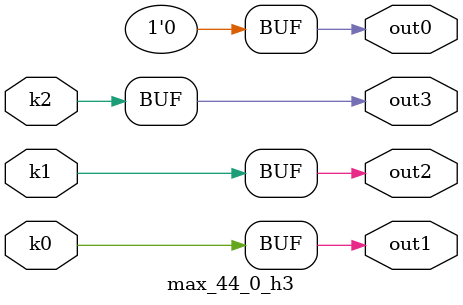
<source format=v>
module max_44_0(pi0, pi1, pi2, pi3, pi4, pi5, pi6, pi7, po0, po1, po2, po3);
input pi0, pi1, pi2, pi3, pi4, pi5, pi6, pi7;
output po0, po1, po2, po3;
wire k0, k1, k2;
max_44_0_w3 DUT1 (pi0, pi1, pi2, pi3, pi4, pi5, pi6, pi7, k0, k1, k2);
max_44_0_h3 DUT2 (k0, k1, k2, po0, po1, po2, po3);
endmodule

module max_44_0_w3(in7, in6, in5, in4, in3, in2, in1, in0, k2, k1, k0);
input in7, in6, in5, in4, in3, in2, in1, in0;
output k2, k1, k0;
assign k0 =   in0 ? ~in6 : ~in3;
assign k1 =   in0 ? ~in7 : ~in4;
assign k2 =   (((~in7 & (in4 | in1)) | (in4 & in1)) & (~in5 | in2) & (~in6 | in3)) | (~in6 & in3 & (~in5 | in2)) | (~in5 & in2);
endmodule

module max_44_0_h3(k2, k1, k0, out3, out2, out1, out0);
input k2, k1, k0;
output out3, out2, out1, out0;
assign out0 = 0;
assign out1 = k0;
assign out2 = k1;
assign out3 = k2;
endmodule

</source>
